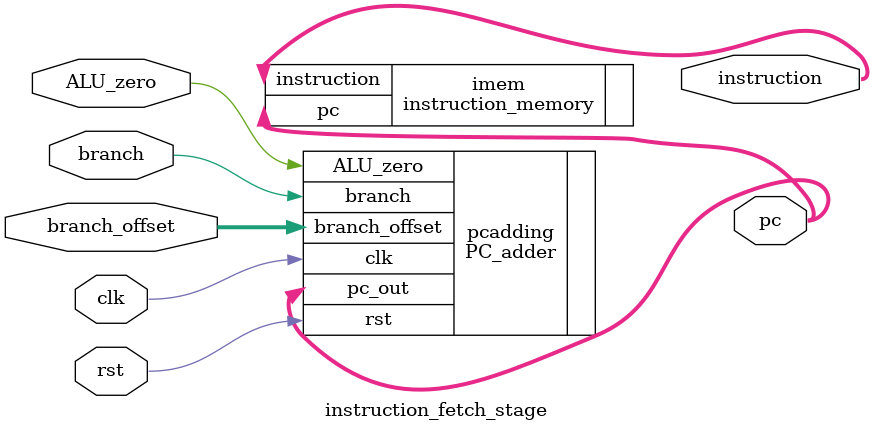
<source format=v>
`include "modules/components/PC_adder.v"
`include "modules/components/instruction_memory.v"

module instruction_fetch_stage(
    input wire clk, 
    input wire rst,
    input wire ALU_zero,
    input wire branch,
    input wire [63:0] branch_offset,
    output wire [31:0] pc,
    output wire [31:0] instruction
);

    // program counter adding
    PC_adder pcadding(
        .clk(clk),
        .rst(rst),
        .ALU_zero(ALU_zero),
        .branch_offset(branch_offset),
        .branch(branch),
        .pc_out(pc)
    );

    // instruction mem
    instruction_memory imem(
        .pc(pc),    
        .instruction(instruction)
    );

endmodule
</source>
